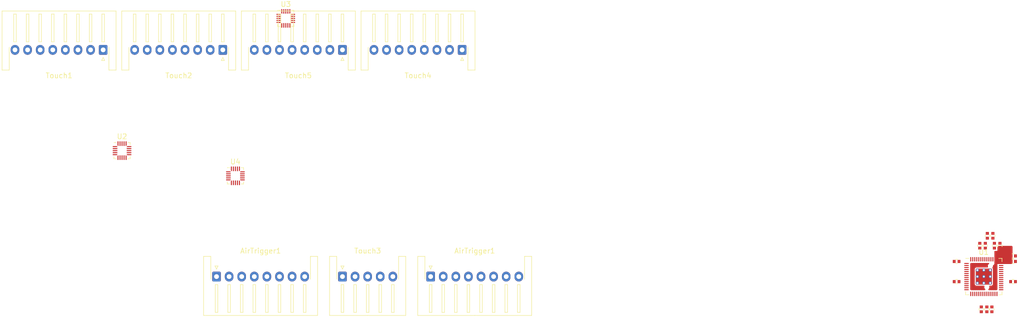
<source format=kicad_pcb>
(kicad_pcb (version 20211014) (generator pcbnew)
  (layers (0 "F.Cu" signal) (31 "B.Cu" signal) (34 "B.Paste" user) (35 "F.Paste" user) (36 "B.SilkS" user "B.Silkscreen") (37 "F.SilkS" user "F.Silkscreen") (38 "B.Mask" user) (39 "F.Mask" user) (44 "Edge.Cuts" user))
  (net 0 "")
  (net 32 "+3V3")
  (net 33 "A1")
  (net 34 "A2")
  (net 35 "A3")
  (net 36 "A4")
  (net 37 "A5")
  (net 38 "A6")
  (net 39 "1")
  (net 40 "2")
  (net 41 "3")
  (net 42 "4")
  (net 43 "5")
  (net 44 "6")
  (net 45 "7")
  (net 46 "9")
  (net 47 "10")
  (net 48 "11")
  (net 49 "12")
  (net 50 "13")
  (net 51 "14")
  (net 52 "15")
  (net 53 "A")
  (net 54 "B")
  (net 55 "C")
  (net 56 "D")
  (net 57 "17")
  (net 58 "18")
  (net 59 "19")
  (net 60 "20")
  (net 61 "21")
  (net 62 "22")
  (net 63 "23")
  (net 64 "25")
  (net 65 "26")
  (net 66 "27")
  (net 67 "28")
  (net 68 "29")
  (net 69 "30")
  (net 70 "31")
  (net 72 "8")
  (net 73 "16")
  (net 74 "24")
  (net 75 "32")
  (net 76 "GND")
  (net 77 "Net-(U1-Pad20)")
  (net 78 "Net-(R1-Pad2)")
  (net 79 "+1V1")
  (net 80 "SWCLK")
  (net 81 "SWD")
  (net 82 "Net-(R2-Pad1)")
  (net 83 "Net-(R3-Pad1)")
  (net 84 "SD3")
  (net 85 "QSPI_CLK")
  (net 86 "SD0")
  (net 87 "SD2")
  (net 88 "SD1")
  (net 89 "CS")
  (net 90 "D+")
  (net 91 "D-")
  (net 92 "Net-(R3-Pad2)")
  (footprint "sanproject-keyboard-part-v6:C_0402" (layer "F.Cu") (at 235.6 127 180)
    (fp_text reference "C10")
    (fp_text value "0.1uF")
    (pad "1" smd rect locked (at -0.48 0 180) (size 0.56 0.62) (layers "F.Cu" "F.Paste" "F.Mask") (net 76 "GND"))
    (pad "2" smd rect locked (at 0.48 0 180) (size 0.56 0.62) (layers "F.Cu" "F.Paste" "F.Mask") (net 32 "+3V3"))
  )
  (footprint "Connector_JST:JST_XH_S8B-XH-A-1_1x08_P2.50mm_Horizontal" (layer "F.Cu") (at 55 85 180)
    (fp_text reference "Touch1" (at 8.75 -5.1) (layer "F.SilkS"))
    (fp_text value "Touch Connector")
    (pad "1" thru_hole roundrect (at 0 0 180) (size 1.7 1.95) (drill 0.95) (layers *.Cu *.Mask) (roundrect_rratio 0.147059) (net 39 "1"))
    (pad "2" thru_hole oval (at 2.5 0 180) (size 1.7 1.95) (drill 0.95) (layers *.Cu *.Mask) (net 40 "2"))
    (pad "3" thru_hole oval (at 5 0 180) (size 1.7 1.95) (drill 0.95) (layers *.Cu *.Mask) (net 41 "3"))
    (pad "4" thru_hole oval (at 7.5 0 180) (size 1.7 1.95) (drill 0.95) (layers *.Cu *.Mask) (net 42 "4"))
    (pad "5" thru_hole oval (at 10 0 180) (size 1.7 1.95) (drill 0.95) (layers *.Cu *.Mask) (net 43 "5"))
    (pad "6" thru_hole oval (at 12.5 0 180) (size 1.7 1.95) (drill 0.95) (layers *.Cu *.Mask) (net 44 "6"))
    (pad "7" thru_hole oval (at 15 0 180) (size 1.7 1.95) (drill 0.95) (layers *.Cu *.Mask) (net 45 "7"))
    (pad "8" thru_hole oval (at 17.5 0 180) (size 1.7 1.95) (drill 0.95) (layers *.Cu *.Mask) (net 72 "8"))
  )
  (footprint "sanproject-keyboard-part-v6:C_0402" (layer "F.Cu") (at 231.9 123.87 90)
    (fp_text reference "C4")
    (fp_text value "1uF")
    (pad "1" smd rect locked (at -0.48 0 90) (size 0.56 0.62) (layers "F.Cu" "F.Paste" "F.Mask") (net 79 "+1V1"))
    (pad "2" smd rect locked (at 0.48 0 90) (size 0.56 0.62) (layers "F.Cu" "F.Paste" "F.Mask") (net 76 "GND"))
  )
  (footprint "Connector_JST:JST_XH_S8B-XH-A-1_1x08_P2.50mm_Horizontal" (layer "F.Cu") (at 126.25 85 180)
    (fp_text reference "Touch4" (at 8.75 -5.1) (layer "F.SilkS"))
    (fp_text value "Touch Connector")
    (pad "1" thru_hole roundrect (at 0 0 180) (size 1.7 1.95) (drill 0.95) (layers *.Cu *.Mask) (roundrect_rratio 0.147059) (net 57 "17"))
    (pad "2" thru_hole oval (at 2.5 0 180) (size 1.7 1.95) (drill 0.95) (layers *.Cu *.Mask) (net 58 "18"))
    (pad "3" thru_hole oval (at 5 0 180) (size 1.7 1.95) (drill 0.95) (layers *.Cu *.Mask) (net 59 "19"))
    (pad "4" thru_hole oval (at 7.5 0 180) (size 1.7 1.95) (drill 0.95) (layers *.Cu *.Mask) (net 60 "20"))
    (pad "5" thru_hole oval (at 10 0 180) (size 1.7 1.95) (drill 0.95) (layers *.Cu *.Mask) (net 61 "21"))
    (pad "6" thru_hole oval (at 12.5 0 180) (size 1.7 1.95) (drill 0.95) (layers *.Cu *.Mask) (net 62 "22"))
    (pad "7" thru_hole oval (at 15 0 180) (size 1.7 1.95) (drill 0.95) (layers *.Cu *.Mask) (net 63 "23"))
    (pad "8" thru_hole oval (at 17.5 0 180) (size 1.7 1.95) (drill 0.95) (layers *.Cu *.Mask) (net 74 "24"))
  )
  (footprint "sanproject-keyboard-part-v6:C_0402" (layer "F.Cu") (at 224.4 127)
    (fp_text reference "C8")
    (fp_text value "0.1uF")
    (pad "1" smd rect locked (at -0.48 0) (size 0.56 0.62) (layers "F.Cu" "F.Paste" "F.Mask") (net 76 "GND"))
    (pad "2" smd rect locked (at 0.48 0) (size 0.56 0.62) (layers "F.Cu" "F.Paste" "F.Mask") (net 32 "+3V3"))
  )
  (footprint "Package_DFN_QFN:UQFN-20_3x3mm_P0.4mm" (layer "F.Cu") (at 58.75 105)
    (fp_text reference "U2" (at 0 -2.8) (layer "F.SilkS"))
    (fp_text value "MPR121QR2")
    (pad "1" smd custom (at -1.3875 -0.8) (size 0.115147 0.115147) (layers "F.Cu" "F.Paste" "F.Mask") (options (clearance outline) (anchor circle)) (primitives (gr_poly (pts (xy 0.4225 0.036569) (xy 0.4225 0.06) (xy -0.4225 0.06) (xy -0.4225 -0.06) (xy 0.325931 -0.06)) (width 0.08) (fill yes))))
    (pad "2" smd roundrect (at -1.3875 -0.4) (size 0.925 0.2) (layers "F.Cu" "F.Paste" "F.Mask"))
    (pad "3" smd roundrect (at -1.3875 0) (size 0.925 0.2) (layers "F.Cu" "F.Paste" "F.Mask"))
    (pad "4" smd roundrect (at -1.3875 0.4) (size 0.925 0.2) (layers "F.Cu" "F.Paste" "F.Mask"))
    (pad "5" smd custom (at -1.3875 0.8) (size 0.115147 0.115147) (layers "F.Cu" "F.Paste" "F.Mask") (options (clearance outline) (anchor circle)) (primitives (gr_poly (pts (xy 0.4225 -0.036569) (xy 0.325931 0.06) (xy -0.4225 0.06) (xy -0.4225 -0.06) (xy 0.4225 -0.06)) (width 0.08) (fill yes))))
    (pad "6" smd custom (at -0.8 1.3875) (size 0.115147 0.115147) (layers "F.Cu" "F.Paste" "F.Mask") (options (clearance outline) (anchor circle)) (primitives (gr_poly (pts (xy 0.06 0.4225) (xy -0.06 0.4225) (xy -0.06 -0.325931) (xy 0.036569 -0.4225) (xy 0.06 -0.4225)) (width 0.08) (fill yes))))
    (pad "7" smd roundrect (at -0.4 1.3875) (size 0.2 0.925) (layers "F.Cu" "F.Paste" "F.Mask"))
    (pad "8" smd roundrect (at 0 1.3875) (size 0.2 0.925) (layers "F.Cu" "F.Paste" "F.Mask") (net 39 "1"))
    (pad "9" smd roundrect (at 0.4 1.3875) (size 0.2 0.925) (layers "F.Cu" "F.Paste" "F.Mask") (net 40 "2"))
    (pad "10" smd custom (at 0.8 1.3875) (size 0.115147 0.115147) (layers "F.Cu" "F.Paste" "F.Mask") (net 41 "3") (options (clearance outline) (anchor circle)) (primitives (gr_poly (pts (xy 0.06 -0.325931) (xy 0.06 0.4225) (xy -0.06 0.4225) (xy -0.06 -0.4225) (xy -0.036569 -0.4225)) (width 0.08) (fill yes))))
    (pad "11" smd custom (at 1.3875 0.8) (size 0.115147 0.115147) (layers "F.Cu" "F.Paste" "F.Mask") (net 42 "4") (options (clearance outline) (anchor circle)) (primitives (gr_poly (pts (xy 0.4225 0.06) (xy -0.325931 0.06) (xy -0.4225 -0.036569) (xy -0.4225 -0.06) (xy 0.4225 -0.06)) (width 0.08) (fill yes))))
    (pad "12" smd roundrect (at 1.3875 0.4) (size 0.925 0.2) (layers "F.Cu" "F.Paste" "F.Mask") (net 43 "5"))
    (pad "13" smd roundrect (at 1.3875 0) (size 0.925 0.2) (layers "F.Cu" "F.Paste" "F.Mask") (net 44 "6"))
    (pad "14" smd roundrect (at 1.3875 -0.4) (size 0.925 0.2) (layers "F.Cu" "F.Paste" "F.Mask") (net 45 "7"))
    (pad "15" smd custom (at 1.3875 -0.8) (size 0.115147 0.115147) (layers "F.Cu" "F.Paste" "F.Mask") (net 72 "8") (options (clearance outline) (anchor circle)) (primitives (gr_poly (pts (xy 0.4225 0.06) (xy -0.4225 0.06) (xy -0.4225 0.036569) (xy -0.325931 -0.06) (xy 0.4225 -0.06)) (width 0.08) (fill yes))))
    (pad "16" smd custom (at 0.8 -1.3875) (size 0.115147 0.115147) (layers "F.Cu" "F.Paste" "F.Mask") (net 46 "9") (options (clearance outline) (anchor circle)) (primitives (gr_poly (pts (xy 0.06 0.325931) (xy -0.036569 0.4225) (xy -0.06 0.4225) (xy -0.06 -0.4225) (xy 0.06 -0.4225)) (width 0.08) (fill yes))))
    (pad "17" smd roundrect (at 0.4 -1.3875) (size 0.2 0.925) (layers "F.Cu" "F.Paste" "F.Mask") (net 47 "10"))
    (pad "18" smd roundrect (at 0 -1.3875) (size 0.2 0.925) (layers "F.Cu" "F.Paste" "F.Mask") (net 48 "11"))
    (pad "19" smd roundrect (at -0.4 -1.3875) (size 0.2 0.925) (layers "F.Cu" "F.Paste" "F.Mask") (net 49 "12"))
    (pad "20" smd custom (at -0.8 -1.3875) (size 0.115147 0.115147) (layers "F.Cu" "F.Paste" "F.Mask") (options (clearance outline) (anchor circle)) (primitives (gr_poly (pts (xy 0.06 0.4225) (xy 0.036569 0.4225) (xy -0.06 0.325931) (xy -0.06 -0.4225) (xy 0.06 -0.4225)) (width 0.08) (fill yes))))
  )
  (footprint "sanproject-keyboard-part-v6:C_0402" (layer "F.Cu") (at 233 123.87 -90)
    (fp_text reference "C5")
    (fp_text value "1uF")
    (pad "1" smd rect locked (at -0.48 0 270) (size 0.56 0.62) (layers "F.Cu" "F.Paste" "F.Mask") (net 76 "GND"))
    (pad "2" smd rect locked (at 0.48 0 270) (size 0.56 0.62) (layers "F.Cu" "F.Paste" "F.Mask") (net 32 "+3V3"))
  )
  (footprint "sanproject-keyboard-part-v6:C_0402" (layer "F.Cu") (at 224.4 131)
    (fp_text reference "C7")
    (fp_text value "0.1uF")
    (pad "1" smd rect locked (at -0.48 0) (size 0.56 0.62) (layers "F.Cu" "F.Paste" "F.Mask") (net 76 "GND"))
    (pad "2" smd rect locked (at 0.48 0) (size 0.56 0.62) (layers "F.Cu" "F.Paste" "F.Mask") (net 32 "+3V3"))
  )
  (footprint "sanproject-keyboard-part-v6:C_0402" (layer "F.Cu") (at 229 123.87 90)
    (fp_text reference "C2")
    (fp_text value "0.1uF")
    (pad "1" smd rect locked (at -0.48 0 90) (size 0.56 0.62) (layers "F.Cu" "F.Paste" "F.Mask") (net 79 "+1V1"))
    (pad "2" smd rect locked (at 0.48 0 90) (size 0.56 0.62) (layers "F.Cu" "F.Paste" "F.Mask") (net 76 "GND"))
  )
  (footprint "Connector_JST:JST_XH_S8B-XH-A-1_1x08_P2.50mm_Horizontal" (layer "F.Cu") (at 102.5 85 180)
    (fp_text reference "Touch5" (at 8.75 -5.1) (layer "F.SilkS"))
    (fp_text value "Touch Connector")
    (pad "1" thru_hole roundrect (at 0 0 180) (size 1.7 1.95) (drill 0.95) (layers *.Cu *.Mask) (roundrect_rratio 0.147059) (net 64 "25"))
    (pad "2" thru_hole oval (at 2.5 0 180) (size 1.7 1.95) (drill 0.95) (layers *.Cu *.Mask) (net 65 "26"))
    (pad "3" thru_hole oval (at 5 0 180) (size 1.7 1.95) (drill 0.95) (layers *.Cu *.Mask) (net 66 "27"))
    (pad "4" thru_hole oval (at 7.5 0 180) (size 1.7 1.95) (drill 0.95) (layers *.Cu *.Mask) (net 67 "28"))
    (pad "5" thru_hole oval (at 10 0 180) (size 1.7 1.95) (drill 0.95) (layers *.Cu *.Mask) (net 68 "29"))
    (pad "6" thru_hole oval (at 12.5 0 180) (size 1.7 1.95) (drill 0.95) (layers *.Cu *.Mask) (net 69 "30"))
    (pad "7" thru_hole oval (at 15 0 180) (size 1.7 1.95) (drill 0.95) (layers *.Cu *.Mask) (net 70 "31"))
    (pad "8" thru_hole oval (at 17.5 0 180) (size 1.7 1.95) (drill 0.95) (layers *.Cu *.Mask) (net 75 "32"))
  )
  (footprint "sanproject-keyboard-part-v6:R_0402" (layer "F.Cu") (at 230.5 121.9 -90)
    (fp_text reference "R1")
    (fp_text value "27R")
    (pad "1" smd rect locked (at -0.48 0 270) (size 0.56 0.62) (layers "F.Cu" "F.Paste" "F.Mask") (net 90 "D+"))
    (pad "2" smd rect locked (at 0.48 0 270) (size 0.56 0.62) (layers "F.Cu" "F.Paste" "F.Mask") (net 78 "Net-(R1-Pad2)"))
  )
  (footprint "sanproject-keyboard-part-v6:C_0402" (layer "F.Cu") (at 235.6 125.9 180)
    (fp_text reference "C9")
    (fp_text value "0.1uF")
    (pad "1" smd rect locked (at -0.48 0 180) (size 0.56 0.62) (layers "F.Cu" "F.Paste" "F.Mask") (net 76 "GND"))
    (pad "2" smd rect locked (at 0.48 0 180) (size 0.56 0.62) (layers "F.Cu" "F.Paste" "F.Mask") (net 32 "+3V3"))
  )
  (footprint "sanproject-keyboard-part-v6:R_0402" (layer "F.Cu") (at 231.6 121.9 90)
    (fp_text reference "R2")
    (fp_text value "27R")
    (pad "1" smd rect locked (at -0.48 0 90) (size 0.56 0.62) (layers "F.Cu" "F.Paste" "F.Mask") (net 82 "Net-(R2-Pad1)"))
    (pad "2" smd rect locked (at 0.48 0 90) (size 0.56 0.62) (layers "F.Cu" "F.Paste" "F.Mask") (net 91 "D-"))
  )
  (footprint "Connector_JST:JST_XH_S8B-XH-A-1_1x08_P2.50mm_Horizontal" (layer "F.Cu") (at 120 130)
    (fp_text reference "AirTrigger1" (at 8.75 -5.1) (layer "F.SilkS"))
    (fp_text value "Air Trigger")
    (pad "1" thru_hole roundrect (at 0 0) (size 1.7 1.95) (drill 0.95) (layers F&B.Cu *.Mask) (roundrect_rratio 0.147059) (net 32 "+3V3"))
    (pad "2" thru_hole oval (at 2.5 0) (size 1.7 1.95) (drill 0.95) (layers F&B.Cu *.Mask) (net 33 "A1"))
    (pad "3" thru_hole oval (at 5 0) (size 1.7 1.95) (drill 0.95) (layers F&B.Cu *.Mask) (net 34 "A2"))
    (pad "4" thru_hole oval (at 7.5 0) (size 1.7 1.95) (drill 0.95) (layers F&B.Cu *.Mask) (net 35 "A3"))
    (pad "5" thru_hole oval (at 10 0) (size 1.7 1.95) (drill 0.95) (layers F&B.Cu *.Mask) (net 36 "A4"))
    (pad "6" thru_hole oval (at 12.5 0) (size 1.7 1.95) (drill 0.95) (layers F&B.Cu *.Mask) (net 37 "A5"))
    (pad "7" thru_hole oval (at 15 0) (size 1.7 1.95) (drill 0.95) (layers F&B.Cu *.Mask) (net 38 "A6"))
    (pad "8" thru_hole oval (at 17.5 0) (size 1.7 1.95) (drill 0.95) (layers F&B.Cu *.Mask))
  )
  (footprint "sanproject-keyboard-part-v6:R_0402" (layer "F.Cu") (at 229.3 136.5 -90)
    (fp_text reference "R3")
    (fp_text value "27R")
    (pad "1" smd rect locked (at -0.48 0 270) (size 0.56 0.62) (layers "F.Cu" "F.Paste" "F.Mask") (net 83 "Net-(R3-Pad1)"))
    (pad "2" smd rect locked (at 0.48 0 270) (size 0.56 0.62) (layers "F.Cu" "F.Paste" "F.Mask") (net 92 "Net-(R3-Pad2)"))
  )
  (footprint "sanproject-keyboard-part-v6:C_0402" (layer "F.Cu") (at 231.4 136.5 -90)
    (fp_text reference "C3")
    (fp_text value "0.1uF")
    (pad "1" smd rect locked (at -0.48 0 270) (size 0.56 0.62) (layers "F.Cu" "F.Paste" "F.Mask") (net 79 "+1V1"))
    (pad "2" smd rect locked (at 0.48 0 270) (size 0.56 0.62) (layers "F.Cu" "F.Paste" "F.Mask") (net 76 "GND"))
  )
  (footprint "Connector_JST:JST_XH_S8B-XH-A-1_1x08_P2.50mm_Horizontal" (layer "F.Cu") (at 78.75 85 180)
    (fp_text reference "Touch2" (at 8.75 -5.1) (layer "F.SilkS"))
    (fp_text value "Touch Connector")
    (pad "1" thru_hole roundrect (at 0 0 180) (size 1.7 1.95) (drill 0.95) (layers *.Cu *.Mask) (roundrect_rratio 0.147059) (net 46 "9"))
    (pad "2" thru_hole oval (at 2.5 0 180) (size 1.7 1.95) (drill 0.95) (layers *.Cu *.Mask) (net 47 "10"))
    (pad "3" thru_hole oval (at 5 0 180) (size 1.7 1.95) (drill 0.95) (layers *.Cu *.Mask) (net 48 "11"))
    (pad "4" thru_hole oval (at 7.5 0 180) (size 1.7 1.95) (drill 0.95) (layers *.Cu *.Mask) (net 49 "12"))
    (pad "5" thru_hole oval (at 10 0 180) (size 1.7 1.95) (drill 0.95) (layers *.Cu *.Mask) (net 50 "13"))
    (pad "6" thru_hole oval (at 12.5 0 180) (size 1.7 1.95) (drill 0.95) (layers *.Cu *.Mask) (net 51 "14"))
    (pad "7" thru_hole oval (at 15 0 180) (size 1.7 1.95) (drill 0.95) (layers *.Cu *.Mask) (net 52 "15"))
    (pad "8" thru_hole oval (at 17.5 0 180) (size 1.7 1.95) (drill 0.95) (layers *.Cu *.Mask) (net 73 "16"))
  )
  (footprint "Connector_JST:JST_XH_S8B-XH-A-1_1x08_P2.50mm_Horizontal" (layer "F.Cu") (at 77.5 130)
    (fp_text reference "AirTrigger1" (at 8.75 -5.1) (layer "F.SilkS"))
    (fp_text value "Air Trigger")
    (pad "1" thru_hole roundrect (at 0 0) (size 1.7 1.95) (drill 0.95) (layers *.Cu *.Mask) (roundrect_rratio 0.147059) (net 32 "+3V3"))
    (pad "2" thru_hole oval (at 2.5 0) (size 1.7 1.95) (drill 0.95) (layers *.Cu *.Mask) (net 33 "A1"))
    (pad "3" thru_hole oval (at 5 0) (size 1.7 1.95) (drill 0.95) (layers *.Cu *.Mask) (net 34 "A2"))
    (pad "4" thru_hole oval (at 7.5 0) (size 1.7 1.95) (drill 0.95) (layers *.Cu *.Mask) (net 35 "A3"))
    (pad "5" thru_hole oval (at 10 0) (size 1.7 1.95) (drill 0.95) (layers *.Cu *.Mask) (net 36 "A4"))
    (pad "6" thru_hole oval (at 12.5 0) (size 1.7 1.95) (drill 0.95) (layers *.Cu *.Mask) (net 37 "A5"))
    (pad "7" thru_hole oval (at 15 0) (size 1.7 1.95) (drill 0.95) (layers *.Cu *.Mask) (net 38 "A6"))
    (pad "8" thru_hole oval (at 17.5 0) (size 1.7 1.95) (drill 0.95) (layers *.Cu *.Mask))
  )
  (footprint "sanproject-keyboard-part-v6:C_0402" (layer "F.Cu") (at 230.1 123.87 -90)
    (fp_text reference "C11")
    (fp_text value "0.1uF")
    (pad "1" smd rect locked (at -0.48 0 270) (size 0.56 0.62) (layers "F.Cu" "F.Paste" "F.Mask") (net 76 "GND"))
    (pad "2" smd rect locked (at 0.48 0 270) (size 0.56 0.62) (layers "F.Cu" "F.Paste" "F.Mask") (net 32 "+3V3"))
  )
  (footprint "sanproject-keyboard-part-v6:C_0402" (layer "F.Cu") (at 235.6 131 180)
    (fp_text reference "C12")
    (fp_text value "0.1uF")
    (pad "1" smd rect locked (at -0.48 0 180) (size 0.56 0.62) (layers "F.Cu" "F.Paste" "F.Mask") (net 76 "GND"))
    (pad "2" smd rect locked (at 0.48 0 180) (size 0.56 0.62) (layers "F.Cu" "F.Paste" "F.Mask") (net 32 "+3V3"))
  )
  (footprint "Package_DFN_QFN:UQFN-20_3x3mm_P0.4mm" (layer "F.Cu") (at 81.25 110)
    (fp_text reference "U4" (at 0 -2.8) (layer "F.SilkS"))
    (fp_text value "MPR121QR2")
    (pad "1" smd custom (at -1.3875 -0.8) (size 0.115147 0.115147) (layers "F.Cu" "F.Paste" "F.Mask") (options (clearance outline) (anchor circle)) (primitives (gr_poly (pts (xy 0.4225 0.036569) (xy 0.4225 0.06) (xy -0.4225 0.06) (xy -0.4225 -0.06) (xy 0.325931 -0.06)) (width 0.08) (fill yes))))
    (pad "2" smd roundrect (at -1.3875 -0.4) (size 0.925 0.2) (layers "F.Cu" "F.Paste" "F.Mask"))
    (pad "3" smd roundrect (at -1.3875 0) (size 0.925 0.2) (layers "F.Cu" "F.Paste" "F.Mask"))
    (pad "4" smd roundrect (at -1.3875 0.4) (size 0.925 0.2) (layers "F.Cu" "F.Paste" "F.Mask"))
    (pad "5" smd custom (at -1.3875 0.8) (size 0.115147 0.115147) (layers "F.Cu" "F.Paste" "F.Mask") (options (clearance outline) (anchor circle)) (primitives (gr_poly (pts (xy 0.4225 -0.036569) (xy 0.325931 0.06) (xy -0.4225 0.06) (xy -0.4225 -0.06) (xy 0.4225 -0.06)) (width 0.08) (fill yes))))
    (pad "6" smd custom (at -0.8 1.3875) (size 0.115147 0.115147) (layers "F.Cu" "F.Paste" "F.Mask") (options (clearance outline) (anchor circle)) (primitives (gr_poly (pts (xy 0.06 0.4225) (xy -0.06 0.4225) (xy -0.06 -0.325931) (xy 0.036569 -0.4225) (xy 0.06 -0.4225)) (width 0.08) (fill yes))))
    (pad "7" smd roundrect (at -0.4 1.3875) (size 0.2 0.925) (layers "F.Cu" "F.Paste" "F.Mask"))
    (pad "8" smd roundrect (at 0 1.3875) (size 0.2 0.925) (layers "F.Cu" "F.Paste" "F.Mask"))
    (pad "9" smd roundrect (at 0.4 1.3875) (size 0.2 0.925) (layers "F.Cu" "F.Paste" "F.Mask"))
    (pad "10" smd custom (at 0.8 1.3875) (size 0.115147 0.115147) (layers "F.Cu" "F.Paste" "F.Mask") (options (clearance outline) (anchor circle)) (primitives (gr_poly (pts (xy 0.06 -0.325931) (xy 0.06 0.4225) (xy -0.06 0.4225) (xy -0.06 -0.4225) (xy -0.036569 -0.4225)) (width 0.08) (fill yes))))
    (pad "11" smd custom (at 1.3875 0.8) (size 0.115147 0.115147) (layers "F.Cu" "F.Paste" "F.Mask") (options (clearance outline) (anchor circle)) (primitives (gr_poly (pts (xy 0.4225 0.06) (xy -0.325931 0.06) (xy -0.4225 -0.036569) (xy -0.4225 -0.06) (xy 0.4225 -0.06)) (width 0.08) (fill yes))))
    (pad "12" smd roundrect (at 1.3875 0.4) (size 0.925 0.2) (layers "F.Cu" "F.Paste" "F.Mask"))
    (pad "13" smd roundrect (at 1.3875 0) (size 0.925 0.2) (layers "F.Cu" "F.Paste" "F.Mask"))
    (pad "14" smd roundrect (at 1.3875 -0.4) (size 0.925 0.2) (layers "F.Cu" "F.Paste" "F.Mask"))
    (pad "15" smd custom (at 1.3875 -0.8) (size 0.115147 0.115147) (layers "F.Cu" "F.Paste" "F.Mask") (options (clearance outline) (anchor circle)) (primitives (gr_poly (pts (xy 0.4225 0.06) (xy -0.4225 0.06) (xy -0.4225 0.036569) (xy -0.325931 -0.06) (xy 0.4225 -0.06)) (width 0.08) (fill yes))))
    (pad "16" smd custom (at 0.8 -1.3875) (size 0.115147 0.115147) (layers "F.Cu" "F.Paste" "F.Mask") (options (clearance outline) (anchor circle)) (primitives (gr_poly (pts (xy 0.06 0.325931) (xy -0.036569 0.4225) (xy -0.06 0.4225) (xy -0.06 -0.4225) (xy 0.06 -0.4225)) (width 0.08) (fill yes))))
    (pad "17" smd roundrect (at 0.4 -1.3875) (size 0.2 0.925) (layers "F.Cu" "F.Paste" "F.Mask"))
    (pad "18" smd roundrect (at 0 -1.3875) (size 0.2 0.925) (layers "F.Cu" "F.Paste" "F.Mask"))
    (pad "19" smd roundrect (at -0.4 -1.3875) (size 0.2 0.925) (layers "F.Cu" "F.Paste" "F.Mask"))
    (pad "20" smd custom (at -0.8 -1.3875) (size 0.115147 0.115147) (layers "F.Cu" "F.Paste" "F.Mask") (options (clearance outline) (anchor circle)) (primitives (gr_poly (pts (xy 0.06 0.4225) (xy 0.036569 0.4225) (xy -0.06 0.325931) (xy -0.06 -0.4225) (xy 0.06 -0.4225)) (width 0.08) (fill yes))))
  )
  (footprint "MX_Solder_SawnsProjects_v2:RP2040-QFN-56" (layer "F.Cu") (at 229.8 130)
    (fp_text reference "U1" (at -0.02825 -4.841982) (layer "F.SilkS"))
    (fp_text value "RP2040")
    (pad "1" smd roundrect (at -3.4375 -2.6) (size 0.875 0.2) (layers "F.Cu" "F.Paste" "F.Mask") (net 32 "+3V3"))
    (pad "2" smd roundrect (at -3.4375 -2.2) (size 0.875 0.2) (layers "F.Cu" "F.Paste" "F.Mask"))
    (pad "3" smd roundrect (at -3.4375 -1.8) (size 0.875 0.2) (layers "F.Cu" "F.Paste" "F.Mask"))
    (pad "4" smd roundrect (at -3.4375 -1.4) (size 0.875 0.2) (layers "F.Cu" "F.Paste" "F.Mask"))
    (pad "5" smd roundrect (at -3.4375 -1) (size 0.875 0.2) (layers "F.Cu" "F.Paste" "F.Mask"))
    (pad "6" smd roundrect (at -3.4375 -0.6) (size 0.875 0.2) (layers "F.Cu" "F.Paste" "F.Mask"))
    (pad "7" smd roundrect (at -3.4375 -0.2) (size 0.875 0.2) (layers "F.Cu" "F.Paste" "F.Mask"))
    (pad "8" smd roundrect (at -3.4375 0.2) (size 0.875 0.2) (layers "F.Cu" "F.Paste" "F.Mask"))
    (pad "9" smd roundrect (at -3.4375 0.6) (size 0.875 0.2) (layers "F.Cu" "F.Paste" "F.Mask"))
    (pad "10" smd roundrect (at -3.4375 1) (size 0.875 0.2) (layers "F.Cu" "F.Paste" "F.Mask") (net 32 "+3V3"))
    (pad "11" smd roundrect (at -3.4375 1.4) (size 0.875 0.2) (layers "F.Cu" "F.Paste" "F.Mask"))
    (pad "12" smd roundrect (at -3.4375 1.8) (size 0.875 0.2) (layers "F.Cu" "F.Paste" "F.Mask"))
    (pad "13" smd roundrect (at -3.4375 2.2) (size 0.875 0.2) (layers "F.Cu" "F.Paste" "F.Mask"))
    (pad "14" smd roundrect (at -3.4375 2.6) (size 0.875 0.2) (layers "F.Cu" "F.Paste" "F.Mask"))
    (pad "15" smd roundrect (at -2.6 3.4375) (size 0.2 0.875) (layers "F.Cu" "F.Paste" "F.Mask"))
    (pad "16" smd roundrect (at -2.2 3.4375) (size 0.2 0.875) (layers "F.Cu" "F.Paste" "F.Mask"))
    (pad "17" smd roundrect (at -1.8 3.4375) (size 0.2 0.875) (layers "F.Cu" "F.Paste" "F.Mask"))
    (pad "18" smd roundrect (at -1.4 3.4375) (size 0.2 0.875) (layers "F.Cu" "F.Paste" "F.Mask"))
    (pad "19" smd roundrect (at -1 3.4375) (size 0.2 0.875) (layers "F.Cu" "F.Paste" "F.Mask") (net 76 "GND"))
    (pad "20" smd roundrect (at -0.6 3.4375) (size 0.2 0.875) (layers "F.Cu" "F.Paste" "F.Mask") (net 77 "Net-(U1-Pad20)"))
    (pad "21" smd roundrect (at -0.2 3.4375) (size 0.2 0.875) (layers "F.Cu" "F.Paste" "F.Mask") (net 83 "Net-(R3-Pad1)"))
    (pad "22" smd roundrect (at 0.2 3.4375) (size 0.2 0.875) (layers "F.Cu" "F.Paste" "F.Mask") (net 32 "+3V3"))
    (pad "23" smd roundrect (at 0.6 3.4375) (size 0.2 0.875) (layers "F.Cu" "F.Paste" "F.Mask") (net 79 "+1V1"))
    (pad "24" smd roundrect (at 1 3.4375) (size 0.2 0.875) (layers "F.Cu" "F.Paste" "F.Mask") (net 80 "SWCLK"))
    (pad "25" smd roundrect (at 1.4 3.4375) (size 0.2 0.875) (layers "F.Cu" "F.Paste" "F.Mask") (net 81 "SWD"))
    (pad "26" smd roundrect (at 1.8 3.4375) (size 0.2 0.875) (layers "F.Cu" "F.Paste" "F.Mask"))
    (pad "27" smd roundrect (at 2.2 3.4375) (size 0.2 0.875) (layers "F.Cu" "F.Paste" "F.Mask"))
    (pad "28" smd roundrect (at 2.6 3.4375) (size 0.2 0.875) (layers "F.Cu" "F.Paste" "F.Mask"))
    (pad "29" smd roundrect (at 3.4375 2.6) (size 0.875 0.2) (layers "F.Cu" "F.Paste" "F.Mask"))
    (pad "30" smd roundrect (at 3.4375 2.2) (size 0.875 0.2) (layers "F.Cu" "F.Paste" "F.Mask"))
    (pad "31" smd roundrect (at 3.4375 1.8) (size 0.875 0.2) (layers "F.Cu" "F.Paste" "F.Mask"))
    (pad "32" smd roundrect (at 3.4375 1.4) (size 0.875 0.2) (layers "F.Cu" "F.Paste" "F.Mask"))
    (pad "33" smd roundrect (at 3.4375 1) (size 0.875 0.2) (layers "F.Cu" "F.Paste" "F.Mask") (net 32 "+3V3"))
    (pad "34" smd roundrect (at 3.4375 0.6) (size 0.875 0.2) (layers "F.Cu" "F.Paste" "F.Mask"))
    (pad "35" smd roundrect (at 3.4375 0.2) (size 0.875 0.2) (layers "F.Cu" "F.Paste" "F.Mask"))
    (pad "36" smd roundrect (at 3.4375 -0.2) (size 0.875 0.2) (layers "F.Cu" "F.Paste" "F.Mask"))
    (pad "37" smd roundrect (at 3.4375 -0.6) (size 0.875 0.2) (layers "F.Cu" "F.Paste" "F.Mask"))
    (pad "38" smd roundrect (at 3.4375 -1) (size 0.875 0.2) (layers "F.Cu" "F.Paste" "F.Mask"))
    (pad "39" smd roundrect (at 3.4375 -1.4) (size 0.875 0.2) (layers "F.Cu" "F.Paste" "F.Mask"))
    (pad "40" smd roundrect (at 3.4375 -1.8) (size 0.875 0.2) (layers "F.Cu" "F.Paste" "F.Mask"))
    (pad "41" smd roundrect (at 3.4375 -2.2) (size 0.875 0.2) (layers "F.Cu" "F.Paste" "F.Mask"))
    (pad "42" smd roundrect (at 3.4375 -2.6) (size 0.875 0.2) (layers "F.Cu" "F.Paste" "F.Mask") (net 32 "+3V3"))
    (pad "43" smd roundrect (at 2.6 -3.4375) (size 0.2 0.875) (layers "F.Cu" "F.Paste" "F.Mask") (net 32 "+3V3"))
    (pad "44" smd roundrect (at 2.2 -3.4375) (size 0.2 0.875) (layers "F.Cu" "F.Paste" "F.Mask") (net 32 "+3V3"))
    (pad "45" smd roundrect (at 1.8 -3.4375) (size 0.2 0.875) (layers "F.Cu" "F.Paste" "F.Mask") (net 79 "+1V1"))
    (pad "46" smd roundrect (at 1.4 -3.4375) (size 0.2 0.875) (layers "F.Cu" "F.Paste" "F.Mask") (net 82 "Net-(R2-Pad1)"))
    (pad "47" smd roundrect (at 1 -3.4375) (size 0.2 0.875) (layers "F.Cu" "F.Paste" "F.Mask") (net 78 "Net-(R1-Pad2)"))
    (pad "48" smd roundrect (at 0.6 -3.4375) (size 0.2 0.875) (layers "F.Cu" "F.Paste" "F.Mask") (net 32 "+3V3"))
    (pad "49" smd roundrect (at 0.2 -3.4375) (size 0.2 0.875) (layers "F.Cu" "F.Paste" "F.Mask") (net 32 "+3V3"))
    (pad "50" smd roundrect (at -0.2 -3.4375) (size 0.2 0.875) (layers "F.Cu" "F.Paste" "F.Mask") (net 79 "+1V1"))
    (pad "51" smd roundrect (at -0.6 -3.4375) (size 0.2 0.875) (layers "F.Cu" "F.Paste" "F.Mask") (net 84 "SD3"))
    (pad "52" smd roundrect (at -1 -3.4375) (size 0.2 0.875) (layers "F.Cu" "F.Paste" "F.Mask") (net 85 "QSPI_CLK"))
    (pad "53" smd roundrect (at -1.4 -3.4375) (size 0.2 0.875) (layers "F.Cu" "F.Paste" "F.Mask") (net 86 "SD0"))
    (pad "54" smd roundrect (at -1.8 -3.4375) (size 0.2 0.875) (layers "F.Cu" "F.Paste" "F.Mask") (net 87 "SD2"))
    (pad "55" smd roundrect (at -2.2 -3.4375) (size 0.2 0.875) (layers "F.Cu" "F.Paste" "F.Mask") (net 88 "SD1"))
    (pad "56" smd roundrect (at -2.6 -3.4375) (size 0.2 0.875) (layers "F.Cu" "F.Paste" "F.Mask") (net 89 "CS"))
    (pad "57" thru_hole circle (at 0 0) (size 0.6 0.6) (drill 0.35) (layers *.Cu) (net 76 "GND"))
    (pad "57" thru_hole circle (at 1.275 0) (size 0.6 0.6) (drill 0.35) (layers *.Cu) (net 76 "GND"))
    (pad "57" thru_hole circle (at 0 1.275) (size 0.6 0.6) (drill 0.35) (layers *.Cu) (net 76 "GND"))
    (pad "57" thru_hole circle (at -1.275 0) (size 0.6 0.6) (drill 0.35) (layers *.Cu) (net 76 "GND"))
    (pad "57" thru_hole circle (at 1.275 -1.275) (size 0.6 0.6) (drill 0.35) (layers *.Cu) (net 76 "GND"))
    (pad "57" thru_hole circle (at -1.275 -1.275) (size 0.6 0.6) (drill 0.35) (layers *.Cu) (net 76 "GND"))
    (pad "57" smd roundrect (at 0 0) (size 3.2 3.2) (layers "F.Cu" "F.Mask") (roundrect_rratio 0.045) (net 76 "GND"))
    (pad "57" thru_hole circle (at 0 -1.275) (size 0.6 0.6) (drill 0.35) (layers *.Cu) (net 76 "GND"))
    (pad "57" thru_hole circle (at -1.275 1.275) (size 0.6 0.6) (drill 0.35) (layers *.Cu) (net 76 "GND"))
    (pad "57" thru_hole circle (at 1.275 1.275) (size 0.6 0.6) (drill 0.35) (layers *.Cu) (net 76 "GND"))
  )
  (footprint "sanproject-keyboard-part-v6:C_0402" (layer "F.Cu") (at 230.4 136.5 90)
    (fp_text reference "C6")
    (fp_text value "0.1uF")
    (pad "1" smd rect locked (at -0.48 0 90) (size 0.56 0.62) (layers "F.Cu" "F.Paste" "F.Mask") (net 76 "GND"))
    (pad "2" smd rect locked (at 0.48 0 90) (size 0.56 0.62) (layers "F.Cu" "F.Paste" "F.Mask") (net 32 "+3V3"))
  )
  (footprint "Package_DFN_QFN:UQFN-20_3x3mm_P0.4mm" (layer "F.Cu") (at 91.25 78.75)
    (fp_text reference "U3" (at 0 -2.8) (layer "F.SilkS"))
    (fp_text value "MPR121QR2")
    (pad "1" smd custom (at -1.3875 -0.8) (size 0.115147 0.115147) (layers "F.Cu" "F.Paste" "F.Mask") (options (clearance outline) (anchor circle)) (primitives (gr_poly (pts (xy 0.4225 0.036569) (xy 0.4225 0.06) (xy -0.4225 0.06) (xy -0.4225 -0.06) (xy 0.325931 -0.06)) (width 0.08) (fill yes))))
    (pad "2" smd roundrect (at -1.3875 -0.4) (size 0.925 0.2) (layers "F.Cu" "F.Paste" "F.Mask"))
    (pad "3" smd roundrect (at -1.3875 0) (size 0.925 0.2) (layers "F.Cu" "F.Paste" "F.Mask"))
    (pad "4" smd roundrect (at -1.3875 0.4) (size 0.925 0.2) (layers "F.Cu" "F.Paste" "F.Mask"))
    (pad "5" smd custom (at -1.3875 0.8) (size 0.115147 0.115147) (layers "F.Cu" "F.Paste" "F.Mask") (options (clearance outline) (anchor circle)) (primitives (gr_poly (pts (xy 0.4225 -0.036569) (xy 0.325931 0.06) (xy -0.4225 0.06) (xy -0.4225 -0.06) (xy 0.4225 -0.06)) (width 0.08) (fill yes))))
    (pad "6" smd custom (at -0.8 1.3875) (size 0.115147 0.115147) (layers "F.Cu" "F.Paste" "F.Mask") (options (clearance outline) (anchor circle)) (primitives (gr_poly (pts (xy 0.06 0.4225) (xy -0.06 0.4225) (xy -0.06 -0.325931) (xy 0.036569 -0.4225) (xy 0.06 -0.4225)) (width 0.08) (fill yes))))
    (pad "7" smd roundrect (at -0.4 1.3875) (size 0.2 0.925) (layers "F.Cu" "F.Paste" "F.Mask"))
    (pad "8" smd roundrect (at 0 1.3875) (size 0.2 0.925) (layers "F.Cu" "F.Paste" "F.Mask"))
    (pad "9" smd roundrect (at 0.4 1.3875) (size 0.2 0.925) (layers "F.Cu" "F.Paste" "F.Mask"))
    (pad "10" smd custom (at 0.8 1.3875) (size 0.115147 0.115147) (layers "F.Cu" "F.Paste" "F.Mask") (options (clearance outline) (anchor circle)) (primitives (gr_poly (pts (xy 0.06 -0.325931) (xy 0.06 0.4225) (xy -0.06 0.4225) (xy -0.06 -0.4225) (xy -0.036569 -0.4225)) (width 0.08) (fill yes))))
    (pad "11" smd custom (at 1.3875 0.8) (size 0.115147 0.115147) (layers "F.Cu" "F.Paste" "F.Mask") (options (clearance outline) (anchor circle)) (primitives (gr_poly (pts (xy 0.4225 0.06) (xy -0.325931 0.06) (xy -0.4225 -0.036569) (xy -0.4225 -0.06) (xy 0.4225 -0.06)) (width 0.08) (fill yes))))
    (pad "12" smd roundrect (at 1.3875 0.4) (size 0.925 0.2) (layers "F.Cu" "F.Paste" "F.Mask"))
    (pad "13" smd roundrect (at 1.3875 0) (size 0.925 0.2) (layers "F.Cu" "F.Paste" "F.Mask"))
    (pad "14" smd roundrect (at 1.3875 -0.4) (size 0.925 0.2) (layers "F.Cu" "F.Paste" "F.Mask"))
    (pad "15" smd custom (at 1.3875 -0.8) (size 0.115147 0.115147) (layers "F.Cu" "F.Paste" "F.Mask") (options (clearance outline) (anchor circle)) (primitives (gr_poly (pts (xy 0.4225 0.06) (xy -0.4225 0.06) (xy -0.4225 0.036569) (xy -0.325931 -0.06) (xy 0.4225 -0.06)) (width 0.08) (fill yes))))
    (pad "16" smd custom (at 0.8 -1.3875) (size 0.115147 0.115147) (layers "F.Cu" "F.Paste" "F.Mask") (options (clearance outline) (anchor circle)) (primitives (gr_poly (pts (xy 0.06 0.325931) (xy -0.036569 0.4225) (xy -0.06 0.4225) (xy -0.06 -0.4225) (xy 0.06 -0.4225)) (width 0.08) (fill yes))))
    (pad "17" smd roundrect (at 0.4 -1.3875) (size 0.2 0.925) (layers "F.Cu" "F.Paste" "F.Mask"))
    (pad "18" smd roundrect (at 0 -1.3875) (size 0.2 0.925) (layers "F.Cu" "F.Paste" "F.Mask"))
    (pad "19" smd roundrect (at -0.4 -1.3875) (size 0.2 0.925) (layers "F.Cu" "F.Paste" "F.Mask"))
    (pad "20" smd custom (at -0.8 -1.3875) (size 0.115147 0.115147) (layers "F.Cu" "F.Paste" "F.Mask") (options (clearance outline) (anchor circle)) (primitives (gr_poly (pts (xy 0.06 0.4225) (xy 0.036569 0.4225) (xy -0.06 0.325931) (xy -0.06 -0.4225) (xy 0.06 -0.4225)) (width 0.08) (fill yes))))
  )
  (footprint "Connector_JST:JST_XH_S5B-XH-A-1_1x05_P2.50mm_Horizontal" (layer "F.Cu") (at 102.5 130)
    (fp_text reference "Touch3" (at 5 -5.1) (layer "F.SilkS"))
    (fp_text value "Touch Connector")
    (pad "1" thru_hole roundrect (at 0 0) (size 1.7 1.95) (drill 0.95) (layers *.Cu *.Mask) (roundrect_rratio 0.147059) (net 53 "A"))
    (pad "2" thru_hole oval (at 2.5 0) (size 1.7 1.95) (drill 0.95) (layers *.Cu *.Mask) (net 54 "B"))
    (pad "3" thru_hole oval (at 5 0) (size 1.7 1.95) (drill 0.95) (layers *.Cu *.Mask) (net 55 "C"))
    (pad "4" thru_hole oval (at 7.5 0) (size 1.7 1.95) (drill 0.95) (layers *.Cu *.Mask) (net 56 "D"))
    (pad "5" thru_hole oval (at 10 0) (size 1.7 1.95) (drill 0.95) (layers *.Cu *.Mask))
  )
  (zone (net 32) (net_name "+3V3") (layer "F.Cu") (connect_pads yes (clearance 0.2)) (min_thickness 0.2) (fill yes (thermal_gap 0.508) (thermal_bridge_width 0.508) (smoothing fillet) (radius 0.2))
    (polygon (pts (xy 235.5 127.5) (xy 232.5 127.5) (xy 232.5 132.7) (xy 227.1 132.7) (xy 227.1 127.3) (xy 231.8 127.3) (xy 231.8 124.9) (xy 232.5 124.9) (xy 232.5 123.9) (xy 235.5 123.9)))
  )
)
</source>
